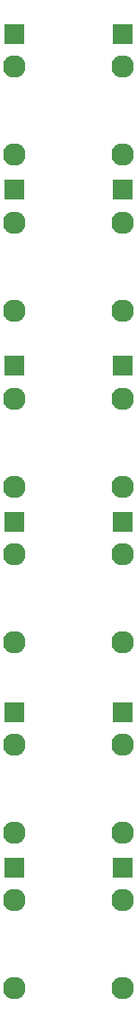
<source format=gbr>
%TF.GenerationSoftware,KiCad,Pcbnew,(7.0.0)*%
%TF.CreationDate,2023-03-06T17:31:15-08:00*%
%TF.ProjectId,passive mult,70617373-6976-4652-906d-756c742e6b69,rev?*%
%TF.SameCoordinates,Original*%
%TF.FileFunction,Soldermask,Bot*%
%TF.FilePolarity,Negative*%
%FSLAX46Y46*%
G04 Gerber Fmt 4.6, Leading zero omitted, Abs format (unit mm)*
G04 Created by KiCad (PCBNEW (7.0.0)) date 2023-03-06 17:31:15*
%MOMM*%
%LPD*%
G01*
G04 APERTURE LIST*
%ADD10R,1.930000X1.830000*%
%ADD11C,2.130000*%
G04 APERTURE END LIST*
D10*
%TO.C,J10*%
X35249999Y-95099999D03*
D11*
X35250000Y-106500000D03*
X35250000Y-98200000D03*
%TD*%
D10*
%TO.C,J8*%
X35249999Y-77149999D03*
D11*
X35250000Y-88550000D03*
X35250000Y-80250000D03*
%TD*%
D10*
%TO.C,J7*%
X24999999Y-62469999D03*
D11*
X25000000Y-73870000D03*
X25000000Y-65570000D03*
%TD*%
D10*
%TO.C,J12*%
X35249999Y-109749999D03*
D11*
X35250000Y-121150000D03*
X35250000Y-112850000D03*
%TD*%
D10*
%TO.C,J11*%
X24999999Y-95099999D03*
D11*
X25000000Y-106500000D03*
X25000000Y-98200000D03*
%TD*%
D10*
%TO.C,J13*%
X24999999Y-109749999D03*
D11*
X25000000Y-121150000D03*
X25000000Y-112850000D03*
%TD*%
D10*
%TO.C,J9*%
X24999999Y-77149999D03*
D11*
X25000000Y-88550000D03*
X25000000Y-80250000D03*
%TD*%
D10*
%TO.C,J4*%
X35249999Y-45849999D03*
D11*
X35250000Y-57250000D03*
X35250000Y-48950000D03*
%TD*%
D10*
%TO.C,J6*%
X35249999Y-62469999D03*
D11*
X35250000Y-73870000D03*
X35250000Y-65570000D03*
%TD*%
D10*
%TO.C,J5*%
X24999999Y-45849999D03*
D11*
X25000000Y-57250000D03*
X25000000Y-48950000D03*
%TD*%
D10*
%TO.C,J2*%
X35249999Y-31179999D03*
D11*
X35250000Y-42580000D03*
X35250000Y-34280000D03*
%TD*%
D10*
%TO.C,J3*%
X24999999Y-31179999D03*
D11*
X25000000Y-42580000D03*
X25000000Y-34280000D03*
%TD*%
M02*

</source>
